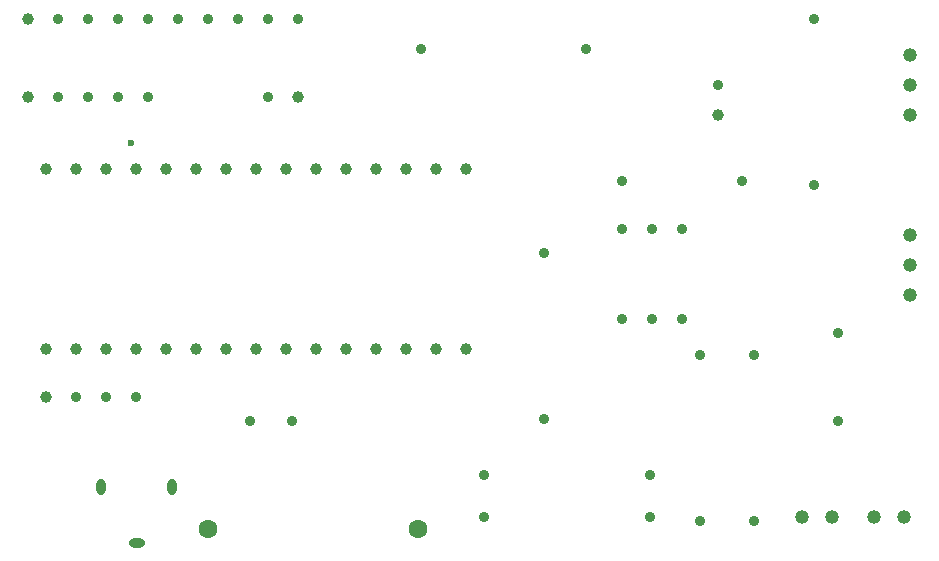
<source format=gbr>
G04 Generated by Ultiboard 14.0 *
%FSLAX34Y34*%
%MOMM*%

%ADD11C,0.8890*%
%ADD12C,0.9949*%
%ADD13C,1.6000*%
%ADD14C,1.1854*%
%ADD15C,0.9000*%
%ADD16C,1.1810*%
%ADD17O,1.4000X0.8000*%
%ADD18O,0.8000X1.4000*%
%ADD19C,0.6000*%
%ADD20C,1.0000*%


G04 ColorRGB 000000 for the following layer *
%LNDrill-Copper Top-Copper Bottom*%
%LPD*%
G54D11*
X50940Y406400D03*
X76340Y406400D03*
X127140Y406400D03*
X101740Y406400D03*
X101600Y472440D03*
X76200Y472440D03*
X50800Y472440D03*
X152400Y472440D03*
X127000Y472440D03*
X177800Y472440D03*
X228600Y472440D03*
X203200Y472440D03*
X254000Y472440D03*
X228600Y406400D03*
X609600Y416560D03*
X528320Y294640D03*
X553720Y218440D03*
X579120Y218440D03*
X553720Y294640D03*
X579120Y294640D03*
X528320Y218440D03*
X91440Y152400D03*
X66040Y152400D03*
X116840Y152400D03*
G54D12*
X25540Y406400D03*
X25400Y472440D03*
X254000Y406400D03*
X609600Y391160D03*
X40640Y152400D03*
G54D13*
X177800Y40640D03*
X355600Y40640D03*
G54D14*
X772160Y289560D03*
X772160Y238760D03*
X772160Y264160D03*
X772160Y391160D03*
X772160Y416560D03*
X772160Y441960D03*
G54D15*
X629920Y335280D03*
X528320Y335280D03*
X248360Y132080D03*
X213360Y132080D03*
X711200Y207080D03*
X710700Y132080D03*
X690880Y332440D03*
X690880Y472440D03*
X357840Y447040D03*
X497840Y447040D03*
X640080Y47960D03*
X640080Y187960D03*
X594360Y47960D03*
X594360Y187960D03*
X462280Y134320D03*
X462280Y274320D03*
X411480Y50800D03*
X551480Y50800D03*
X411480Y86360D03*
X551480Y86360D03*
G54D16*
X680720Y50800D03*
X706120Y50800D03*
X741680Y50800D03*
X767080Y50800D03*
G54D17*
X117320Y29200D03*
G54D18*
X87320Y76200D03*
X147320Y76200D03*
G54D19*
X112500Y367500D03*
G54D20*
X396240Y345440D03*
X370840Y345440D03*
X345440Y345440D03*
X320040Y345440D03*
X294640Y345440D03*
X269240Y345440D03*
X243840Y345440D03*
X218440Y345440D03*
X193040Y345440D03*
X167640Y345440D03*
X142240Y345440D03*
X116840Y345440D03*
X91440Y345440D03*
X66040Y345440D03*
X40640Y345440D03*
X396240Y193040D03*
X370840Y193040D03*
X345440Y193040D03*
X320040Y193040D03*
X294640Y193040D03*
X269240Y193040D03*
X243840Y193040D03*
X218440Y193040D03*
X193040Y193040D03*
X167640Y193040D03*
X142240Y193040D03*
X116840Y193040D03*
X91440Y193040D03*
X66040Y193040D03*
X40640Y193040D03*

M02*

</source>
